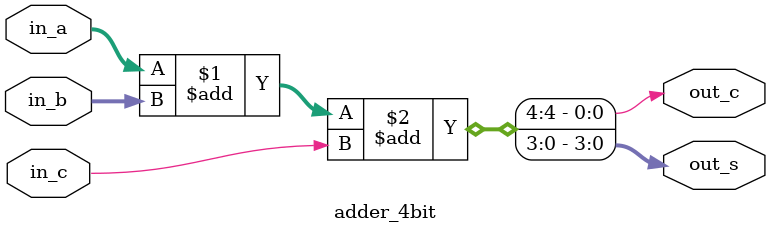
<source format=v>
module adder_4bit (
    input in_c,
    input [3:0] in_a, in_b,
    output out_c,
    output [3:0] out_s
);
    assign {out_c, out_s} = in_a + in_b + in_c;
endmodule
</source>
